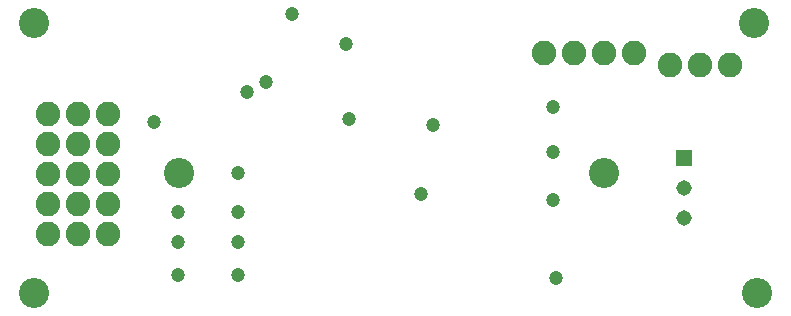
<source format=gts>
G04*
G04 #@! TF.GenerationSoftware,Altium Limited,Altium Designer,21.6.4 (81)*
G04*
G04 Layer_Color=8388736*
%FSLAX25Y25*%
%MOIN*%
G70*
G04*
G04 #@! TF.SameCoordinates,E723B31F-DAC3-422C-9DD4-3D6A13DCE0CD*
G04*
G04*
G04 #@! TF.FilePolarity,Negative*
G04*
G01*
G75*
%ADD16C,0.10052*%
%ADD17C,0.05170*%
%ADD18R,0.05170X0.05170*%
%ADD19C,0.08200*%
%ADD20C,0.04737*%
D16*
X190000Y40000D02*
D03*
X48268D02*
D03*
X0Y90000D02*
D03*
X241000Y0D02*
D03*
X240000Y90000D02*
D03*
X0Y0D02*
D03*
D17*
X216754Y25027D02*
D03*
Y35027D02*
D03*
D18*
Y45027D02*
D03*
D19*
X200000Y80000D02*
D03*
X190000D02*
D03*
X180000D02*
D03*
X170000D02*
D03*
X232094Y76176D02*
D03*
X222094D02*
D03*
X212094D02*
D03*
X24757Y39691D02*
D03*
X14757D02*
D03*
X4757D02*
D03*
X24757Y29691D02*
D03*
X14757D02*
D03*
X4757D02*
D03*
X24757Y59691D02*
D03*
X14757D02*
D03*
X4757D02*
D03*
X24757Y49691D02*
D03*
X14757D02*
D03*
X4757D02*
D03*
X24757Y19691D02*
D03*
X14757D02*
D03*
X4757D02*
D03*
D20*
X104000Y83000D02*
D03*
X86000Y93000D02*
D03*
X133000Y56000D02*
D03*
X129000Y33000D02*
D03*
X105000Y58000D02*
D03*
X71000Y67000D02*
D03*
X174000Y5000D02*
D03*
X173000Y31000D02*
D03*
Y47000D02*
D03*
Y62000D02*
D03*
X48000Y6000D02*
D03*
X68000D02*
D03*
X48000Y17000D02*
D03*
X68000D02*
D03*
X48000Y27000D02*
D03*
X68000D02*
D03*
Y40000D02*
D03*
X77500Y70500D02*
D03*
X40000Y57000D02*
D03*
M02*

</source>
